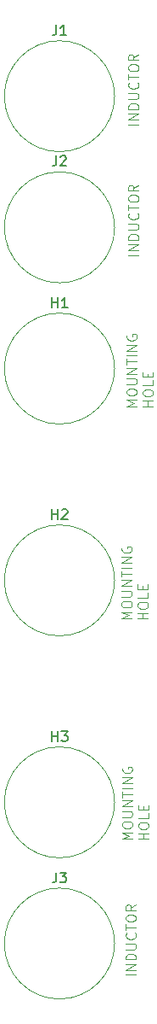
<source format=gbr>
%TF.GenerationSoftware,KiCad,Pcbnew,7.0.11+dfsg-1build4*%
%TF.CreationDate,2025-01-11T13:27:16-06:00*%
%TF.ProjectId,InductorAntenna,496e6475-6374-46f7-9241-6e74656e6e61,rev?*%
%TF.SameCoordinates,Original*%
%TF.FileFunction,Legend,Top*%
%TF.FilePolarity,Positive*%
%FSLAX46Y46*%
G04 Gerber Fmt 4.6, Leading zero omitted, Abs format (unit mm)*
G04 Created by KiCad (PCBNEW 7.0.11+dfsg-1build4) date 2025-01-11 13:27:16*
%MOMM*%
%LPD*%
G01*
G04 APERTURE LIST*
%ADD10C,0.100000*%
%ADD11C,0.150000*%
%ADD12C,0.120000*%
G04 APERTURE END LIST*
D10*
X64872419Y-73746115D02*
X63872419Y-73746115D01*
X64872419Y-73269925D02*
X63872419Y-73269925D01*
X63872419Y-73269925D02*
X64872419Y-72698497D01*
X64872419Y-72698497D02*
X63872419Y-72698497D01*
X64872419Y-72222306D02*
X63872419Y-72222306D01*
X63872419Y-72222306D02*
X63872419Y-71984211D01*
X63872419Y-71984211D02*
X63920038Y-71841354D01*
X63920038Y-71841354D02*
X64015276Y-71746116D01*
X64015276Y-71746116D02*
X64110514Y-71698497D01*
X64110514Y-71698497D02*
X64300990Y-71650878D01*
X64300990Y-71650878D02*
X64443847Y-71650878D01*
X64443847Y-71650878D02*
X64634323Y-71698497D01*
X64634323Y-71698497D02*
X64729561Y-71746116D01*
X64729561Y-71746116D02*
X64824800Y-71841354D01*
X64824800Y-71841354D02*
X64872419Y-71984211D01*
X64872419Y-71984211D02*
X64872419Y-72222306D01*
X63872419Y-71222306D02*
X64681942Y-71222306D01*
X64681942Y-71222306D02*
X64777180Y-71174687D01*
X64777180Y-71174687D02*
X64824800Y-71127068D01*
X64824800Y-71127068D02*
X64872419Y-71031830D01*
X64872419Y-71031830D02*
X64872419Y-70841354D01*
X64872419Y-70841354D02*
X64824800Y-70746116D01*
X64824800Y-70746116D02*
X64777180Y-70698497D01*
X64777180Y-70698497D02*
X64681942Y-70650878D01*
X64681942Y-70650878D02*
X63872419Y-70650878D01*
X64777180Y-69603259D02*
X64824800Y-69650878D01*
X64824800Y-69650878D02*
X64872419Y-69793735D01*
X64872419Y-69793735D02*
X64872419Y-69888973D01*
X64872419Y-69888973D02*
X64824800Y-70031830D01*
X64824800Y-70031830D02*
X64729561Y-70127068D01*
X64729561Y-70127068D02*
X64634323Y-70174687D01*
X64634323Y-70174687D02*
X64443847Y-70222306D01*
X64443847Y-70222306D02*
X64300990Y-70222306D01*
X64300990Y-70222306D02*
X64110514Y-70174687D01*
X64110514Y-70174687D02*
X64015276Y-70127068D01*
X64015276Y-70127068D02*
X63920038Y-70031830D01*
X63920038Y-70031830D02*
X63872419Y-69888973D01*
X63872419Y-69888973D02*
X63872419Y-69793735D01*
X63872419Y-69793735D02*
X63920038Y-69650878D01*
X63920038Y-69650878D02*
X63967657Y-69603259D01*
X63872419Y-69317544D02*
X63872419Y-68746116D01*
X64872419Y-69031830D02*
X63872419Y-69031830D01*
X63872419Y-68222306D02*
X63872419Y-68031830D01*
X63872419Y-68031830D02*
X63920038Y-67936592D01*
X63920038Y-67936592D02*
X64015276Y-67841354D01*
X64015276Y-67841354D02*
X64205752Y-67793735D01*
X64205752Y-67793735D02*
X64539085Y-67793735D01*
X64539085Y-67793735D02*
X64729561Y-67841354D01*
X64729561Y-67841354D02*
X64824800Y-67936592D01*
X64824800Y-67936592D02*
X64872419Y-68031830D01*
X64872419Y-68031830D02*
X64872419Y-68222306D01*
X64872419Y-68222306D02*
X64824800Y-68317544D01*
X64824800Y-68317544D02*
X64729561Y-68412782D01*
X64729561Y-68412782D02*
X64539085Y-68460401D01*
X64539085Y-68460401D02*
X64205752Y-68460401D01*
X64205752Y-68460401D02*
X64015276Y-68412782D01*
X64015276Y-68412782D02*
X63920038Y-68317544D01*
X63920038Y-68317544D02*
X63872419Y-68222306D01*
X64872419Y-66793735D02*
X64396228Y-67127068D01*
X64872419Y-67365163D02*
X63872419Y-67365163D01*
X63872419Y-67365163D02*
X63872419Y-66984211D01*
X63872419Y-66984211D02*
X63920038Y-66888973D01*
X63920038Y-66888973D02*
X63967657Y-66841354D01*
X63967657Y-66841354D02*
X64062895Y-66793735D01*
X64062895Y-66793735D02*
X64205752Y-66793735D01*
X64205752Y-66793735D02*
X64300990Y-66841354D01*
X64300990Y-66841354D02*
X64348609Y-66888973D01*
X64348609Y-66888973D02*
X64396228Y-66984211D01*
X64396228Y-66984211D02*
X64396228Y-67365163D01*
X64712419Y-88746115D02*
X63712419Y-88746115D01*
X63712419Y-88746115D02*
X64426704Y-88412782D01*
X64426704Y-88412782D02*
X63712419Y-88079449D01*
X63712419Y-88079449D02*
X64712419Y-88079449D01*
X63712419Y-87412782D02*
X63712419Y-87222306D01*
X63712419Y-87222306D02*
X63760038Y-87127068D01*
X63760038Y-87127068D02*
X63855276Y-87031830D01*
X63855276Y-87031830D02*
X64045752Y-86984211D01*
X64045752Y-86984211D02*
X64379085Y-86984211D01*
X64379085Y-86984211D02*
X64569561Y-87031830D01*
X64569561Y-87031830D02*
X64664800Y-87127068D01*
X64664800Y-87127068D02*
X64712419Y-87222306D01*
X64712419Y-87222306D02*
X64712419Y-87412782D01*
X64712419Y-87412782D02*
X64664800Y-87508020D01*
X64664800Y-87508020D02*
X64569561Y-87603258D01*
X64569561Y-87603258D02*
X64379085Y-87650877D01*
X64379085Y-87650877D02*
X64045752Y-87650877D01*
X64045752Y-87650877D02*
X63855276Y-87603258D01*
X63855276Y-87603258D02*
X63760038Y-87508020D01*
X63760038Y-87508020D02*
X63712419Y-87412782D01*
X63712419Y-86555639D02*
X64521942Y-86555639D01*
X64521942Y-86555639D02*
X64617180Y-86508020D01*
X64617180Y-86508020D02*
X64664800Y-86460401D01*
X64664800Y-86460401D02*
X64712419Y-86365163D01*
X64712419Y-86365163D02*
X64712419Y-86174687D01*
X64712419Y-86174687D02*
X64664800Y-86079449D01*
X64664800Y-86079449D02*
X64617180Y-86031830D01*
X64617180Y-86031830D02*
X64521942Y-85984211D01*
X64521942Y-85984211D02*
X63712419Y-85984211D01*
X64712419Y-85508020D02*
X63712419Y-85508020D01*
X63712419Y-85508020D02*
X64712419Y-84936592D01*
X64712419Y-84936592D02*
X63712419Y-84936592D01*
X63712419Y-84603258D02*
X63712419Y-84031830D01*
X64712419Y-84317544D02*
X63712419Y-84317544D01*
X64712419Y-83698496D02*
X63712419Y-83698496D01*
X64712419Y-83222306D02*
X63712419Y-83222306D01*
X63712419Y-83222306D02*
X64712419Y-82650878D01*
X64712419Y-82650878D02*
X63712419Y-82650878D01*
X63760038Y-81650878D02*
X63712419Y-81746116D01*
X63712419Y-81746116D02*
X63712419Y-81888973D01*
X63712419Y-81888973D02*
X63760038Y-82031830D01*
X63760038Y-82031830D02*
X63855276Y-82127068D01*
X63855276Y-82127068D02*
X63950514Y-82174687D01*
X63950514Y-82174687D02*
X64140990Y-82222306D01*
X64140990Y-82222306D02*
X64283847Y-82222306D01*
X64283847Y-82222306D02*
X64474323Y-82174687D01*
X64474323Y-82174687D02*
X64569561Y-82127068D01*
X64569561Y-82127068D02*
X64664800Y-82031830D01*
X64664800Y-82031830D02*
X64712419Y-81888973D01*
X64712419Y-81888973D02*
X64712419Y-81793735D01*
X64712419Y-81793735D02*
X64664800Y-81650878D01*
X64664800Y-81650878D02*
X64617180Y-81603259D01*
X64617180Y-81603259D02*
X64283847Y-81603259D01*
X64283847Y-81603259D02*
X64283847Y-81793735D01*
X66322419Y-88746115D02*
X65322419Y-88746115D01*
X65798609Y-88746115D02*
X65798609Y-88174687D01*
X66322419Y-88174687D02*
X65322419Y-88174687D01*
X65322419Y-87508020D02*
X65322419Y-87317544D01*
X65322419Y-87317544D02*
X65370038Y-87222306D01*
X65370038Y-87222306D02*
X65465276Y-87127068D01*
X65465276Y-87127068D02*
X65655752Y-87079449D01*
X65655752Y-87079449D02*
X65989085Y-87079449D01*
X65989085Y-87079449D02*
X66179561Y-87127068D01*
X66179561Y-87127068D02*
X66274800Y-87222306D01*
X66274800Y-87222306D02*
X66322419Y-87317544D01*
X66322419Y-87317544D02*
X66322419Y-87508020D01*
X66322419Y-87508020D02*
X66274800Y-87603258D01*
X66274800Y-87603258D02*
X66179561Y-87698496D01*
X66179561Y-87698496D02*
X65989085Y-87746115D01*
X65989085Y-87746115D02*
X65655752Y-87746115D01*
X65655752Y-87746115D02*
X65465276Y-87698496D01*
X65465276Y-87698496D02*
X65370038Y-87603258D01*
X65370038Y-87603258D02*
X65322419Y-87508020D01*
X66322419Y-86174687D02*
X66322419Y-86650877D01*
X66322419Y-86650877D02*
X65322419Y-86650877D01*
X65798609Y-85841353D02*
X65798609Y-85508020D01*
X66322419Y-85365163D02*
X66322419Y-85841353D01*
X66322419Y-85841353D02*
X65322419Y-85841353D01*
X65322419Y-85841353D02*
X65322419Y-85365163D01*
X64212419Y-109796115D02*
X63212419Y-109796115D01*
X63212419Y-109796115D02*
X63926704Y-109462782D01*
X63926704Y-109462782D02*
X63212419Y-109129449D01*
X63212419Y-109129449D02*
X64212419Y-109129449D01*
X63212419Y-108462782D02*
X63212419Y-108272306D01*
X63212419Y-108272306D02*
X63260038Y-108177068D01*
X63260038Y-108177068D02*
X63355276Y-108081830D01*
X63355276Y-108081830D02*
X63545752Y-108034211D01*
X63545752Y-108034211D02*
X63879085Y-108034211D01*
X63879085Y-108034211D02*
X64069561Y-108081830D01*
X64069561Y-108081830D02*
X64164800Y-108177068D01*
X64164800Y-108177068D02*
X64212419Y-108272306D01*
X64212419Y-108272306D02*
X64212419Y-108462782D01*
X64212419Y-108462782D02*
X64164800Y-108558020D01*
X64164800Y-108558020D02*
X64069561Y-108653258D01*
X64069561Y-108653258D02*
X63879085Y-108700877D01*
X63879085Y-108700877D02*
X63545752Y-108700877D01*
X63545752Y-108700877D02*
X63355276Y-108653258D01*
X63355276Y-108653258D02*
X63260038Y-108558020D01*
X63260038Y-108558020D02*
X63212419Y-108462782D01*
X63212419Y-107605639D02*
X64021942Y-107605639D01*
X64021942Y-107605639D02*
X64117180Y-107558020D01*
X64117180Y-107558020D02*
X64164800Y-107510401D01*
X64164800Y-107510401D02*
X64212419Y-107415163D01*
X64212419Y-107415163D02*
X64212419Y-107224687D01*
X64212419Y-107224687D02*
X64164800Y-107129449D01*
X64164800Y-107129449D02*
X64117180Y-107081830D01*
X64117180Y-107081830D02*
X64021942Y-107034211D01*
X64021942Y-107034211D02*
X63212419Y-107034211D01*
X64212419Y-106558020D02*
X63212419Y-106558020D01*
X63212419Y-106558020D02*
X64212419Y-105986592D01*
X64212419Y-105986592D02*
X63212419Y-105986592D01*
X63212419Y-105653258D02*
X63212419Y-105081830D01*
X64212419Y-105367544D02*
X63212419Y-105367544D01*
X64212419Y-104748496D02*
X63212419Y-104748496D01*
X64212419Y-104272306D02*
X63212419Y-104272306D01*
X63212419Y-104272306D02*
X64212419Y-103700878D01*
X64212419Y-103700878D02*
X63212419Y-103700878D01*
X63260038Y-102700878D02*
X63212419Y-102796116D01*
X63212419Y-102796116D02*
X63212419Y-102938973D01*
X63212419Y-102938973D02*
X63260038Y-103081830D01*
X63260038Y-103081830D02*
X63355276Y-103177068D01*
X63355276Y-103177068D02*
X63450514Y-103224687D01*
X63450514Y-103224687D02*
X63640990Y-103272306D01*
X63640990Y-103272306D02*
X63783847Y-103272306D01*
X63783847Y-103272306D02*
X63974323Y-103224687D01*
X63974323Y-103224687D02*
X64069561Y-103177068D01*
X64069561Y-103177068D02*
X64164800Y-103081830D01*
X64164800Y-103081830D02*
X64212419Y-102938973D01*
X64212419Y-102938973D02*
X64212419Y-102843735D01*
X64212419Y-102843735D02*
X64164800Y-102700878D01*
X64164800Y-102700878D02*
X64117180Y-102653259D01*
X64117180Y-102653259D02*
X63783847Y-102653259D01*
X63783847Y-102653259D02*
X63783847Y-102843735D01*
X65822419Y-109796115D02*
X64822419Y-109796115D01*
X65298609Y-109796115D02*
X65298609Y-109224687D01*
X65822419Y-109224687D02*
X64822419Y-109224687D01*
X64822419Y-108558020D02*
X64822419Y-108367544D01*
X64822419Y-108367544D02*
X64870038Y-108272306D01*
X64870038Y-108272306D02*
X64965276Y-108177068D01*
X64965276Y-108177068D02*
X65155752Y-108129449D01*
X65155752Y-108129449D02*
X65489085Y-108129449D01*
X65489085Y-108129449D02*
X65679561Y-108177068D01*
X65679561Y-108177068D02*
X65774800Y-108272306D01*
X65774800Y-108272306D02*
X65822419Y-108367544D01*
X65822419Y-108367544D02*
X65822419Y-108558020D01*
X65822419Y-108558020D02*
X65774800Y-108653258D01*
X65774800Y-108653258D02*
X65679561Y-108748496D01*
X65679561Y-108748496D02*
X65489085Y-108796115D01*
X65489085Y-108796115D02*
X65155752Y-108796115D01*
X65155752Y-108796115D02*
X64965276Y-108748496D01*
X64965276Y-108748496D02*
X64870038Y-108653258D01*
X64870038Y-108653258D02*
X64822419Y-108558020D01*
X65822419Y-107224687D02*
X65822419Y-107700877D01*
X65822419Y-107700877D02*
X64822419Y-107700877D01*
X65298609Y-106891353D02*
X65298609Y-106558020D01*
X65822419Y-106415163D02*
X65822419Y-106891353D01*
X65822419Y-106891353D02*
X64822419Y-106891353D01*
X64822419Y-106891353D02*
X64822419Y-106415163D01*
X64262419Y-131646115D02*
X63262419Y-131646115D01*
X63262419Y-131646115D02*
X63976704Y-131312782D01*
X63976704Y-131312782D02*
X63262419Y-130979449D01*
X63262419Y-130979449D02*
X64262419Y-130979449D01*
X63262419Y-130312782D02*
X63262419Y-130122306D01*
X63262419Y-130122306D02*
X63310038Y-130027068D01*
X63310038Y-130027068D02*
X63405276Y-129931830D01*
X63405276Y-129931830D02*
X63595752Y-129884211D01*
X63595752Y-129884211D02*
X63929085Y-129884211D01*
X63929085Y-129884211D02*
X64119561Y-129931830D01*
X64119561Y-129931830D02*
X64214800Y-130027068D01*
X64214800Y-130027068D02*
X64262419Y-130122306D01*
X64262419Y-130122306D02*
X64262419Y-130312782D01*
X64262419Y-130312782D02*
X64214800Y-130408020D01*
X64214800Y-130408020D02*
X64119561Y-130503258D01*
X64119561Y-130503258D02*
X63929085Y-130550877D01*
X63929085Y-130550877D02*
X63595752Y-130550877D01*
X63595752Y-130550877D02*
X63405276Y-130503258D01*
X63405276Y-130503258D02*
X63310038Y-130408020D01*
X63310038Y-130408020D02*
X63262419Y-130312782D01*
X63262419Y-129455639D02*
X64071942Y-129455639D01*
X64071942Y-129455639D02*
X64167180Y-129408020D01*
X64167180Y-129408020D02*
X64214800Y-129360401D01*
X64214800Y-129360401D02*
X64262419Y-129265163D01*
X64262419Y-129265163D02*
X64262419Y-129074687D01*
X64262419Y-129074687D02*
X64214800Y-128979449D01*
X64214800Y-128979449D02*
X64167180Y-128931830D01*
X64167180Y-128931830D02*
X64071942Y-128884211D01*
X64071942Y-128884211D02*
X63262419Y-128884211D01*
X64262419Y-128408020D02*
X63262419Y-128408020D01*
X63262419Y-128408020D02*
X64262419Y-127836592D01*
X64262419Y-127836592D02*
X63262419Y-127836592D01*
X63262419Y-127503258D02*
X63262419Y-126931830D01*
X64262419Y-127217544D02*
X63262419Y-127217544D01*
X64262419Y-126598496D02*
X63262419Y-126598496D01*
X64262419Y-126122306D02*
X63262419Y-126122306D01*
X63262419Y-126122306D02*
X64262419Y-125550878D01*
X64262419Y-125550878D02*
X63262419Y-125550878D01*
X63310038Y-124550878D02*
X63262419Y-124646116D01*
X63262419Y-124646116D02*
X63262419Y-124788973D01*
X63262419Y-124788973D02*
X63310038Y-124931830D01*
X63310038Y-124931830D02*
X63405276Y-125027068D01*
X63405276Y-125027068D02*
X63500514Y-125074687D01*
X63500514Y-125074687D02*
X63690990Y-125122306D01*
X63690990Y-125122306D02*
X63833847Y-125122306D01*
X63833847Y-125122306D02*
X64024323Y-125074687D01*
X64024323Y-125074687D02*
X64119561Y-125027068D01*
X64119561Y-125027068D02*
X64214800Y-124931830D01*
X64214800Y-124931830D02*
X64262419Y-124788973D01*
X64262419Y-124788973D02*
X64262419Y-124693735D01*
X64262419Y-124693735D02*
X64214800Y-124550878D01*
X64214800Y-124550878D02*
X64167180Y-124503259D01*
X64167180Y-124503259D02*
X63833847Y-124503259D01*
X63833847Y-124503259D02*
X63833847Y-124693735D01*
X65872419Y-131646115D02*
X64872419Y-131646115D01*
X65348609Y-131646115D02*
X65348609Y-131074687D01*
X65872419Y-131074687D02*
X64872419Y-131074687D01*
X64872419Y-130408020D02*
X64872419Y-130217544D01*
X64872419Y-130217544D02*
X64920038Y-130122306D01*
X64920038Y-130122306D02*
X65015276Y-130027068D01*
X65015276Y-130027068D02*
X65205752Y-129979449D01*
X65205752Y-129979449D02*
X65539085Y-129979449D01*
X65539085Y-129979449D02*
X65729561Y-130027068D01*
X65729561Y-130027068D02*
X65824800Y-130122306D01*
X65824800Y-130122306D02*
X65872419Y-130217544D01*
X65872419Y-130217544D02*
X65872419Y-130408020D01*
X65872419Y-130408020D02*
X65824800Y-130503258D01*
X65824800Y-130503258D02*
X65729561Y-130598496D01*
X65729561Y-130598496D02*
X65539085Y-130646115D01*
X65539085Y-130646115D02*
X65205752Y-130646115D01*
X65205752Y-130646115D02*
X65015276Y-130598496D01*
X65015276Y-130598496D02*
X64920038Y-130503258D01*
X64920038Y-130503258D02*
X64872419Y-130408020D01*
X65872419Y-129074687D02*
X65872419Y-129550877D01*
X65872419Y-129550877D02*
X64872419Y-129550877D01*
X65348609Y-128741353D02*
X65348609Y-128408020D01*
X65872419Y-128265163D02*
X65872419Y-128741353D01*
X65872419Y-128741353D02*
X64872419Y-128741353D01*
X64872419Y-128741353D02*
X64872419Y-128265163D01*
X64622419Y-145096115D02*
X63622419Y-145096115D01*
X64622419Y-144619925D02*
X63622419Y-144619925D01*
X63622419Y-144619925D02*
X64622419Y-144048497D01*
X64622419Y-144048497D02*
X63622419Y-144048497D01*
X64622419Y-143572306D02*
X63622419Y-143572306D01*
X63622419Y-143572306D02*
X63622419Y-143334211D01*
X63622419Y-143334211D02*
X63670038Y-143191354D01*
X63670038Y-143191354D02*
X63765276Y-143096116D01*
X63765276Y-143096116D02*
X63860514Y-143048497D01*
X63860514Y-143048497D02*
X64050990Y-143000878D01*
X64050990Y-143000878D02*
X64193847Y-143000878D01*
X64193847Y-143000878D02*
X64384323Y-143048497D01*
X64384323Y-143048497D02*
X64479561Y-143096116D01*
X64479561Y-143096116D02*
X64574800Y-143191354D01*
X64574800Y-143191354D02*
X64622419Y-143334211D01*
X64622419Y-143334211D02*
X64622419Y-143572306D01*
X63622419Y-142572306D02*
X64431942Y-142572306D01*
X64431942Y-142572306D02*
X64527180Y-142524687D01*
X64527180Y-142524687D02*
X64574800Y-142477068D01*
X64574800Y-142477068D02*
X64622419Y-142381830D01*
X64622419Y-142381830D02*
X64622419Y-142191354D01*
X64622419Y-142191354D02*
X64574800Y-142096116D01*
X64574800Y-142096116D02*
X64527180Y-142048497D01*
X64527180Y-142048497D02*
X64431942Y-142000878D01*
X64431942Y-142000878D02*
X63622419Y-142000878D01*
X64527180Y-140953259D02*
X64574800Y-141000878D01*
X64574800Y-141000878D02*
X64622419Y-141143735D01*
X64622419Y-141143735D02*
X64622419Y-141238973D01*
X64622419Y-141238973D02*
X64574800Y-141381830D01*
X64574800Y-141381830D02*
X64479561Y-141477068D01*
X64479561Y-141477068D02*
X64384323Y-141524687D01*
X64384323Y-141524687D02*
X64193847Y-141572306D01*
X64193847Y-141572306D02*
X64050990Y-141572306D01*
X64050990Y-141572306D02*
X63860514Y-141524687D01*
X63860514Y-141524687D02*
X63765276Y-141477068D01*
X63765276Y-141477068D02*
X63670038Y-141381830D01*
X63670038Y-141381830D02*
X63622419Y-141238973D01*
X63622419Y-141238973D02*
X63622419Y-141143735D01*
X63622419Y-141143735D02*
X63670038Y-141000878D01*
X63670038Y-141000878D02*
X63717657Y-140953259D01*
X63622419Y-140667544D02*
X63622419Y-140096116D01*
X64622419Y-140381830D02*
X63622419Y-140381830D01*
X63622419Y-139572306D02*
X63622419Y-139381830D01*
X63622419Y-139381830D02*
X63670038Y-139286592D01*
X63670038Y-139286592D02*
X63765276Y-139191354D01*
X63765276Y-139191354D02*
X63955752Y-139143735D01*
X63955752Y-139143735D02*
X64289085Y-139143735D01*
X64289085Y-139143735D02*
X64479561Y-139191354D01*
X64479561Y-139191354D02*
X64574800Y-139286592D01*
X64574800Y-139286592D02*
X64622419Y-139381830D01*
X64622419Y-139381830D02*
X64622419Y-139572306D01*
X64622419Y-139572306D02*
X64574800Y-139667544D01*
X64574800Y-139667544D02*
X64479561Y-139762782D01*
X64479561Y-139762782D02*
X64289085Y-139810401D01*
X64289085Y-139810401D02*
X63955752Y-139810401D01*
X63955752Y-139810401D02*
X63765276Y-139762782D01*
X63765276Y-139762782D02*
X63670038Y-139667544D01*
X63670038Y-139667544D02*
X63622419Y-139572306D01*
X64622419Y-138143735D02*
X64146228Y-138477068D01*
X64622419Y-138715163D02*
X63622419Y-138715163D01*
X63622419Y-138715163D02*
X63622419Y-138334211D01*
X63622419Y-138334211D02*
X63670038Y-138238973D01*
X63670038Y-138238973D02*
X63717657Y-138191354D01*
X63717657Y-138191354D02*
X63812895Y-138143735D01*
X63812895Y-138143735D02*
X63955752Y-138143735D01*
X63955752Y-138143735D02*
X64050990Y-138191354D01*
X64050990Y-138191354D02*
X64098609Y-138238973D01*
X64098609Y-138238973D02*
X64146228Y-138334211D01*
X64146228Y-138334211D02*
X64146228Y-138715163D01*
X64872419Y-60796115D02*
X63872419Y-60796115D01*
X64872419Y-60319925D02*
X63872419Y-60319925D01*
X63872419Y-60319925D02*
X64872419Y-59748497D01*
X64872419Y-59748497D02*
X63872419Y-59748497D01*
X64872419Y-59272306D02*
X63872419Y-59272306D01*
X63872419Y-59272306D02*
X63872419Y-59034211D01*
X63872419Y-59034211D02*
X63920038Y-58891354D01*
X63920038Y-58891354D02*
X64015276Y-58796116D01*
X64015276Y-58796116D02*
X64110514Y-58748497D01*
X64110514Y-58748497D02*
X64300990Y-58700878D01*
X64300990Y-58700878D02*
X64443847Y-58700878D01*
X64443847Y-58700878D02*
X64634323Y-58748497D01*
X64634323Y-58748497D02*
X64729561Y-58796116D01*
X64729561Y-58796116D02*
X64824800Y-58891354D01*
X64824800Y-58891354D02*
X64872419Y-59034211D01*
X64872419Y-59034211D02*
X64872419Y-59272306D01*
X63872419Y-58272306D02*
X64681942Y-58272306D01*
X64681942Y-58272306D02*
X64777180Y-58224687D01*
X64777180Y-58224687D02*
X64824800Y-58177068D01*
X64824800Y-58177068D02*
X64872419Y-58081830D01*
X64872419Y-58081830D02*
X64872419Y-57891354D01*
X64872419Y-57891354D02*
X64824800Y-57796116D01*
X64824800Y-57796116D02*
X64777180Y-57748497D01*
X64777180Y-57748497D02*
X64681942Y-57700878D01*
X64681942Y-57700878D02*
X63872419Y-57700878D01*
X64777180Y-56653259D02*
X64824800Y-56700878D01*
X64824800Y-56700878D02*
X64872419Y-56843735D01*
X64872419Y-56843735D02*
X64872419Y-56938973D01*
X64872419Y-56938973D02*
X64824800Y-57081830D01*
X64824800Y-57081830D02*
X64729561Y-57177068D01*
X64729561Y-57177068D02*
X64634323Y-57224687D01*
X64634323Y-57224687D02*
X64443847Y-57272306D01*
X64443847Y-57272306D02*
X64300990Y-57272306D01*
X64300990Y-57272306D02*
X64110514Y-57224687D01*
X64110514Y-57224687D02*
X64015276Y-57177068D01*
X64015276Y-57177068D02*
X63920038Y-57081830D01*
X63920038Y-57081830D02*
X63872419Y-56938973D01*
X63872419Y-56938973D02*
X63872419Y-56843735D01*
X63872419Y-56843735D02*
X63920038Y-56700878D01*
X63920038Y-56700878D02*
X63967657Y-56653259D01*
X63872419Y-56367544D02*
X63872419Y-55796116D01*
X64872419Y-56081830D02*
X63872419Y-56081830D01*
X63872419Y-55272306D02*
X63872419Y-55081830D01*
X63872419Y-55081830D02*
X63920038Y-54986592D01*
X63920038Y-54986592D02*
X64015276Y-54891354D01*
X64015276Y-54891354D02*
X64205752Y-54843735D01*
X64205752Y-54843735D02*
X64539085Y-54843735D01*
X64539085Y-54843735D02*
X64729561Y-54891354D01*
X64729561Y-54891354D02*
X64824800Y-54986592D01*
X64824800Y-54986592D02*
X64872419Y-55081830D01*
X64872419Y-55081830D02*
X64872419Y-55272306D01*
X64872419Y-55272306D02*
X64824800Y-55367544D01*
X64824800Y-55367544D02*
X64729561Y-55462782D01*
X64729561Y-55462782D02*
X64539085Y-55510401D01*
X64539085Y-55510401D02*
X64205752Y-55510401D01*
X64205752Y-55510401D02*
X64015276Y-55462782D01*
X64015276Y-55462782D02*
X63920038Y-55367544D01*
X63920038Y-55367544D02*
X63872419Y-55272306D01*
X64872419Y-53843735D02*
X64396228Y-54177068D01*
X64872419Y-54415163D02*
X63872419Y-54415163D01*
X63872419Y-54415163D02*
X63872419Y-54034211D01*
X63872419Y-54034211D02*
X63920038Y-53938973D01*
X63920038Y-53938973D02*
X63967657Y-53891354D01*
X63967657Y-53891354D02*
X64062895Y-53843735D01*
X64062895Y-53843735D02*
X64205752Y-53843735D01*
X64205752Y-53843735D02*
X64300990Y-53891354D01*
X64300990Y-53891354D02*
X64348609Y-53938973D01*
X64348609Y-53938973D02*
X64396228Y-54034211D01*
X64396228Y-54034211D02*
X64396228Y-54415163D01*
D11*
X56238095Y-121954819D02*
X56238095Y-120954819D01*
X56238095Y-121431009D02*
X56809523Y-121431009D01*
X56809523Y-121954819D02*
X56809523Y-120954819D01*
X57190476Y-120954819D02*
X57809523Y-120954819D01*
X57809523Y-120954819D02*
X57476190Y-121335771D01*
X57476190Y-121335771D02*
X57619047Y-121335771D01*
X57619047Y-121335771D02*
X57714285Y-121383390D01*
X57714285Y-121383390D02*
X57761904Y-121431009D01*
X57761904Y-121431009D02*
X57809523Y-121526247D01*
X57809523Y-121526247D02*
X57809523Y-121764342D01*
X57809523Y-121764342D02*
X57761904Y-121859580D01*
X57761904Y-121859580D02*
X57714285Y-121907200D01*
X57714285Y-121907200D02*
X57619047Y-121954819D01*
X57619047Y-121954819D02*
X57333333Y-121954819D01*
X57333333Y-121954819D02*
X57238095Y-121907200D01*
X57238095Y-121907200D02*
X57190476Y-121859580D01*
X56238095Y-99954819D02*
X56238095Y-98954819D01*
X56238095Y-99431009D02*
X56809523Y-99431009D01*
X56809523Y-99954819D02*
X56809523Y-98954819D01*
X57238095Y-99050057D02*
X57285714Y-99002438D01*
X57285714Y-99002438D02*
X57380952Y-98954819D01*
X57380952Y-98954819D02*
X57619047Y-98954819D01*
X57619047Y-98954819D02*
X57714285Y-99002438D01*
X57714285Y-99002438D02*
X57761904Y-99050057D01*
X57761904Y-99050057D02*
X57809523Y-99145295D01*
X57809523Y-99145295D02*
X57809523Y-99240533D01*
X57809523Y-99240533D02*
X57761904Y-99383390D01*
X57761904Y-99383390D02*
X57190476Y-99954819D01*
X57190476Y-99954819D02*
X57809523Y-99954819D01*
X56238095Y-78954819D02*
X56238095Y-77954819D01*
X56238095Y-78431009D02*
X56809523Y-78431009D01*
X56809523Y-78954819D02*
X56809523Y-77954819D01*
X57809523Y-78954819D02*
X57238095Y-78954819D01*
X57523809Y-78954819D02*
X57523809Y-77954819D01*
X57523809Y-77954819D02*
X57428571Y-78097676D01*
X57428571Y-78097676D02*
X57333333Y-78192914D01*
X57333333Y-78192914D02*
X57238095Y-78240533D01*
X56666666Y-134954819D02*
X56666666Y-135669104D01*
X56666666Y-135669104D02*
X56619047Y-135811961D01*
X56619047Y-135811961D02*
X56523809Y-135907200D01*
X56523809Y-135907200D02*
X56380952Y-135954819D01*
X56380952Y-135954819D02*
X56285714Y-135954819D01*
X57047619Y-134954819D02*
X57666666Y-134954819D01*
X57666666Y-134954819D02*
X57333333Y-135335771D01*
X57333333Y-135335771D02*
X57476190Y-135335771D01*
X57476190Y-135335771D02*
X57571428Y-135383390D01*
X57571428Y-135383390D02*
X57619047Y-135431009D01*
X57619047Y-135431009D02*
X57666666Y-135526247D01*
X57666666Y-135526247D02*
X57666666Y-135764342D01*
X57666666Y-135764342D02*
X57619047Y-135859580D01*
X57619047Y-135859580D02*
X57571428Y-135907200D01*
X57571428Y-135907200D02*
X57476190Y-135954819D01*
X57476190Y-135954819D02*
X57190476Y-135954819D01*
X57190476Y-135954819D02*
X57095238Y-135907200D01*
X57095238Y-135907200D02*
X57047619Y-135859580D01*
X56666666Y-50954819D02*
X56666666Y-51669104D01*
X56666666Y-51669104D02*
X56619047Y-51811961D01*
X56619047Y-51811961D02*
X56523809Y-51907200D01*
X56523809Y-51907200D02*
X56380952Y-51954819D01*
X56380952Y-51954819D02*
X56285714Y-51954819D01*
X57666666Y-51954819D02*
X57095238Y-51954819D01*
X57380952Y-51954819D02*
X57380952Y-50954819D01*
X57380952Y-50954819D02*
X57285714Y-51097676D01*
X57285714Y-51097676D02*
X57190476Y-51192914D01*
X57190476Y-51192914D02*
X57095238Y-51240533D01*
X56666666Y-63904819D02*
X56666666Y-64619104D01*
X56666666Y-64619104D02*
X56619047Y-64761961D01*
X56619047Y-64761961D02*
X56523809Y-64857200D01*
X56523809Y-64857200D02*
X56380952Y-64904819D01*
X56380952Y-64904819D02*
X56285714Y-64904819D01*
X57095238Y-64000057D02*
X57142857Y-63952438D01*
X57142857Y-63952438D02*
X57238095Y-63904819D01*
X57238095Y-63904819D02*
X57476190Y-63904819D01*
X57476190Y-63904819D02*
X57571428Y-63952438D01*
X57571428Y-63952438D02*
X57619047Y-64000057D01*
X57619047Y-64000057D02*
X57666666Y-64095295D01*
X57666666Y-64095295D02*
X57666666Y-64190533D01*
X57666666Y-64190533D02*
X57619047Y-64333390D01*
X57619047Y-64333390D02*
X57047619Y-64904819D01*
X57047619Y-64904819D02*
X57666666Y-64904819D01*
D12*
%TO.C,H3*%
X62500000Y-128000000D02*
G75*
G03*
X51500000Y-128000000I-5500000J0D01*
G01*
X51500000Y-128000000D02*
G75*
G03*
X62500000Y-128000000I5500000J0D01*
G01*
%TO.C,H2*%
X62500000Y-106000000D02*
G75*
G03*
X51500000Y-106000000I-5500000J0D01*
G01*
X51500000Y-106000000D02*
G75*
G03*
X62500000Y-106000000I5500000J0D01*
G01*
%TO.C,H1*%
X62500000Y-85000000D02*
G75*
G03*
X51500000Y-85000000I-5500000J0D01*
G01*
X51500000Y-85000000D02*
G75*
G03*
X62500000Y-85000000I5500000J0D01*
G01*
%TO.C,J3*%
X62500000Y-142000000D02*
G75*
G03*
X51500000Y-142000000I-5500000J0D01*
G01*
X51500000Y-142000000D02*
G75*
G03*
X62500000Y-142000000I5500000J0D01*
G01*
%TO.C,J1*%
X62500000Y-58000000D02*
G75*
G03*
X51500000Y-58000000I-5500000J0D01*
G01*
X51500000Y-58000000D02*
G75*
G03*
X62500000Y-58000000I5500000J0D01*
G01*
%TO.C,J2*%
X62500000Y-71000000D02*
G75*
G03*
X51500000Y-71000000I-5500000J0D01*
G01*
X51500000Y-71000000D02*
G75*
G03*
X62500000Y-71000000I5500000J0D01*
G01*
%TD*%
M02*

</source>
